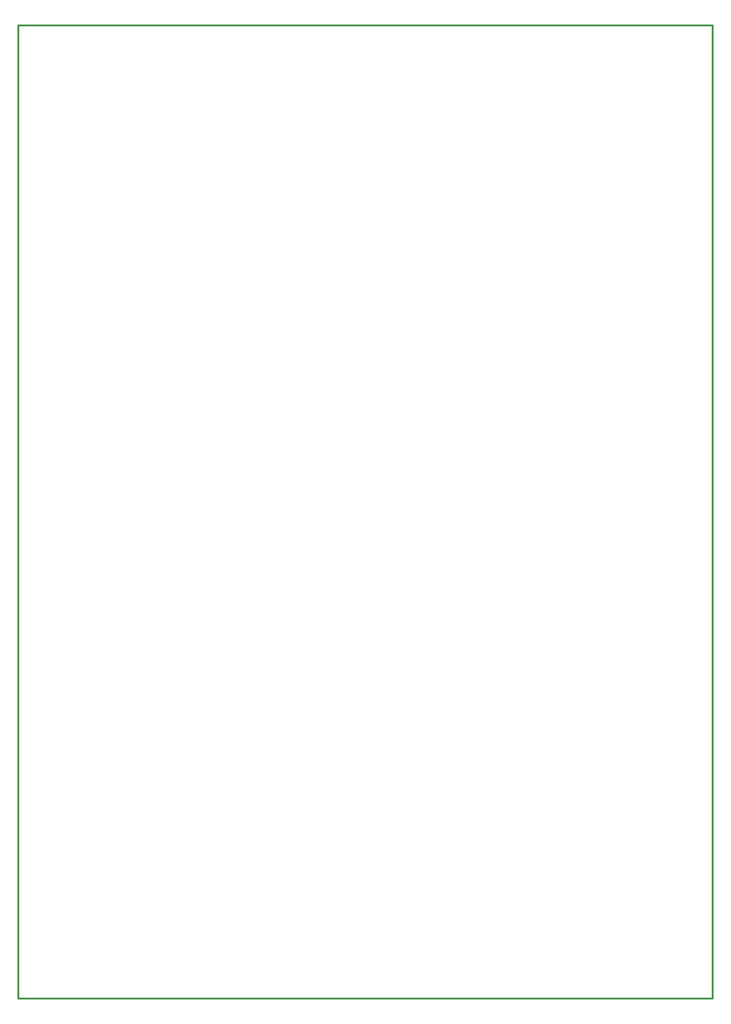
<source format=gbr>
G04 #@! TF.GenerationSoftware,KiCad,Pcbnew,6.0.2-378541a8eb~116~ubuntu20.04.1*
G04 #@! TF.CreationDate,2022-03-24T19:55:36+01:00*
G04 #@! TF.ProjectId,ESP32_Platine,45535033-325f-4506-9c61-74696e652e6b,0.0.2*
G04 #@! TF.SameCoordinates,Original*
G04 #@! TF.FileFunction,Profile,NP*
%FSLAX46Y46*%
G04 Gerber Fmt 4.6, Leading zero omitted, Abs format (unit mm)*
G04 Created by KiCad (PCBNEW 6.0.2-378541a8eb~116~ubuntu20.04.1) date 2022-03-24 19:55:36*
%MOMM*%
%LPD*%
G01*
G04 APERTURE LIST*
G04 #@! TA.AperFunction,Profile*
%ADD10C,0.300000*%
G04 #@! TD*
G04 APERTURE END LIST*
D10*
X38000000Y-49000000D02*
X163000000Y-49000000D01*
X163000000Y-49000000D02*
X163000000Y-224000000D01*
X163000000Y-224000000D02*
X38000000Y-224000000D01*
X38000000Y-224000000D02*
X38000000Y-49000000D01*
M02*

</source>
